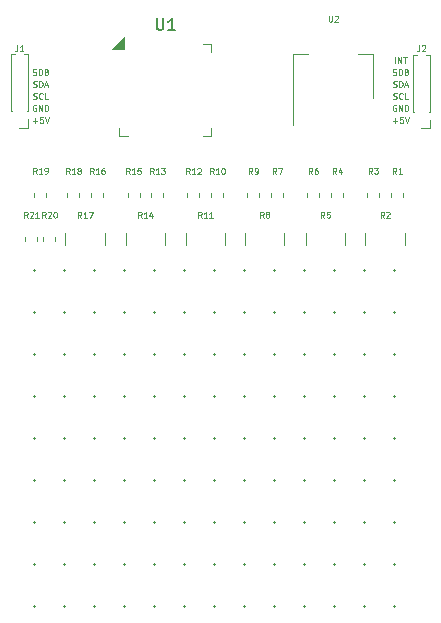
<source format=gbr>
G04 #@! TF.GenerationSoftware,KiCad,Pcbnew,(6.0.0)*
G04 #@! TF.CreationDate,2022-01-23T21:03:46+07:00*
G04 #@! TF.ProjectId,rgb-board,7267622d-626f-4617-9264-2e6b69636164,rev?*
G04 #@! TF.SameCoordinates,Original*
G04 #@! TF.FileFunction,Legend,Top*
G04 #@! TF.FilePolarity,Positive*
%FSLAX46Y46*%
G04 Gerber Fmt 4.6, Leading zero omitted, Abs format (unit mm)*
G04 Created by KiCad (PCBNEW (6.0.0)) date 2022-01-23 21:03:46*
%MOMM*%
%LPD*%
G01*
G04 APERTURE LIST*
%ADD10C,0.125000*%
%ADD11C,0.200000*%
%ADD12C,0.127000*%
%ADD13C,0.120000*%
G04 APERTURE END LIST*
D10*
X83177142Y-53375714D02*
X83558095Y-53375714D01*
X83367619Y-53566190D02*
X83367619Y-53185238D01*
X84034285Y-53066190D02*
X83796190Y-53066190D01*
X83772380Y-53304285D01*
X83796190Y-53280476D01*
X83843809Y-53256666D01*
X83962857Y-53256666D01*
X84010476Y-53280476D01*
X84034285Y-53304285D01*
X84058095Y-53351904D01*
X84058095Y-53470952D01*
X84034285Y-53518571D01*
X84010476Y-53542380D01*
X83962857Y-53566190D01*
X83843809Y-53566190D01*
X83796190Y-53542380D01*
X83772380Y-53518571D01*
X84200952Y-53066190D02*
X84367619Y-53566190D01*
X84534285Y-53066190D01*
X113704761Y-51510380D02*
X113776190Y-51534190D01*
X113895238Y-51534190D01*
X113942857Y-51510380D01*
X113966666Y-51486571D01*
X113990476Y-51438952D01*
X113990476Y-51391333D01*
X113966666Y-51343714D01*
X113942857Y-51319904D01*
X113895238Y-51296095D01*
X113800000Y-51272285D01*
X113752380Y-51248476D01*
X113728571Y-51224666D01*
X113704761Y-51177047D01*
X113704761Y-51129428D01*
X113728571Y-51081809D01*
X113752380Y-51058000D01*
X113800000Y-51034190D01*
X113919047Y-51034190D01*
X113990476Y-51058000D01*
X114490476Y-51486571D02*
X114466666Y-51510380D01*
X114395238Y-51534190D01*
X114347619Y-51534190D01*
X114276190Y-51510380D01*
X114228571Y-51462761D01*
X114204761Y-51415142D01*
X114180952Y-51319904D01*
X114180952Y-51248476D01*
X114204761Y-51153238D01*
X114228571Y-51105619D01*
X114276190Y-51058000D01*
X114347619Y-51034190D01*
X114395238Y-51034190D01*
X114466666Y-51058000D01*
X114490476Y-51081809D01*
X114942857Y-51534190D02*
X114704761Y-51534190D01*
X114704761Y-51034190D01*
X113657142Y-53375714D02*
X114038095Y-53375714D01*
X113847619Y-53566190D02*
X113847619Y-53185238D01*
X114514285Y-53066190D02*
X114276190Y-53066190D01*
X114252380Y-53304285D01*
X114276190Y-53280476D01*
X114323809Y-53256666D01*
X114442857Y-53256666D01*
X114490476Y-53280476D01*
X114514285Y-53304285D01*
X114538095Y-53351904D01*
X114538095Y-53470952D01*
X114514285Y-53518571D01*
X114490476Y-53542380D01*
X114442857Y-53566190D01*
X114323809Y-53566190D01*
X114276190Y-53542380D01*
X114252380Y-53518571D01*
X114680952Y-53066190D02*
X114847619Y-53566190D01*
X115014285Y-53066190D01*
X113919047Y-52074000D02*
X113871428Y-52050190D01*
X113800000Y-52050190D01*
X113728571Y-52074000D01*
X113680952Y-52121619D01*
X113657142Y-52169238D01*
X113633333Y-52264476D01*
X113633333Y-52335904D01*
X113657142Y-52431142D01*
X113680952Y-52478761D01*
X113728571Y-52526380D01*
X113800000Y-52550190D01*
X113847619Y-52550190D01*
X113919047Y-52526380D01*
X113942857Y-52502571D01*
X113942857Y-52335904D01*
X113847619Y-52335904D01*
X114157142Y-52550190D02*
X114157142Y-52050190D01*
X114442857Y-52550190D01*
X114442857Y-52050190D01*
X114680952Y-52550190D02*
X114680952Y-52050190D01*
X114800000Y-52050190D01*
X114871428Y-52074000D01*
X114919047Y-52121619D01*
X114942857Y-52169238D01*
X114966666Y-52264476D01*
X114966666Y-52335904D01*
X114942857Y-52431142D01*
X114919047Y-52478761D01*
X114871428Y-52526380D01*
X114800000Y-52550190D01*
X114680952Y-52550190D01*
X113692857Y-50494380D02*
X113764285Y-50518190D01*
X113883333Y-50518190D01*
X113930952Y-50494380D01*
X113954761Y-50470571D01*
X113978571Y-50422952D01*
X113978571Y-50375333D01*
X113954761Y-50327714D01*
X113930952Y-50303904D01*
X113883333Y-50280095D01*
X113788095Y-50256285D01*
X113740476Y-50232476D01*
X113716666Y-50208666D01*
X113692857Y-50161047D01*
X113692857Y-50113428D01*
X113716666Y-50065809D01*
X113740476Y-50042000D01*
X113788095Y-50018190D01*
X113907142Y-50018190D01*
X113978571Y-50042000D01*
X114192857Y-50518190D02*
X114192857Y-50018190D01*
X114311904Y-50018190D01*
X114383333Y-50042000D01*
X114430952Y-50089619D01*
X114454761Y-50137238D01*
X114478571Y-50232476D01*
X114478571Y-50303904D01*
X114454761Y-50399142D01*
X114430952Y-50446761D01*
X114383333Y-50494380D01*
X114311904Y-50518190D01*
X114192857Y-50518190D01*
X114669047Y-50375333D02*
X114907142Y-50375333D01*
X114621428Y-50518190D02*
X114788095Y-50018190D01*
X114954761Y-50518190D01*
X113847619Y-48486190D02*
X113847619Y-47986190D01*
X114085714Y-48486190D02*
X114085714Y-47986190D01*
X114371428Y-48486190D01*
X114371428Y-47986190D01*
X114538095Y-47986190D02*
X114823809Y-47986190D01*
X114680952Y-48486190D02*
X114680952Y-47986190D01*
X113657142Y-49478380D02*
X113728571Y-49502190D01*
X113847619Y-49502190D01*
X113895238Y-49478380D01*
X113919047Y-49454571D01*
X113942857Y-49406952D01*
X113942857Y-49359333D01*
X113919047Y-49311714D01*
X113895238Y-49287904D01*
X113847619Y-49264095D01*
X113752380Y-49240285D01*
X113704761Y-49216476D01*
X113680952Y-49192666D01*
X113657142Y-49145047D01*
X113657142Y-49097428D01*
X113680952Y-49049809D01*
X113704761Y-49026000D01*
X113752380Y-49002190D01*
X113871428Y-49002190D01*
X113942857Y-49026000D01*
X114157142Y-49502190D02*
X114157142Y-49002190D01*
X114276190Y-49002190D01*
X114347619Y-49026000D01*
X114395238Y-49073619D01*
X114419047Y-49121238D01*
X114442857Y-49216476D01*
X114442857Y-49287904D01*
X114419047Y-49383142D01*
X114395238Y-49430761D01*
X114347619Y-49478380D01*
X114276190Y-49502190D01*
X114157142Y-49502190D01*
X114823809Y-49240285D02*
X114895238Y-49264095D01*
X114919047Y-49287904D01*
X114942857Y-49335523D01*
X114942857Y-49406952D01*
X114919047Y-49454571D01*
X114895238Y-49478380D01*
X114847619Y-49502190D01*
X114657142Y-49502190D01*
X114657142Y-49002190D01*
X114823809Y-49002190D01*
X114871428Y-49026000D01*
X114895238Y-49049809D01*
X114919047Y-49097428D01*
X114919047Y-49145047D01*
X114895238Y-49192666D01*
X114871428Y-49216476D01*
X114823809Y-49240285D01*
X114657142Y-49240285D01*
X83439047Y-52074000D02*
X83391428Y-52050190D01*
X83320000Y-52050190D01*
X83248571Y-52074000D01*
X83200952Y-52121619D01*
X83177142Y-52169238D01*
X83153333Y-52264476D01*
X83153333Y-52335904D01*
X83177142Y-52431142D01*
X83200952Y-52478761D01*
X83248571Y-52526380D01*
X83320000Y-52550190D01*
X83367619Y-52550190D01*
X83439047Y-52526380D01*
X83462857Y-52502571D01*
X83462857Y-52335904D01*
X83367619Y-52335904D01*
X83677142Y-52550190D02*
X83677142Y-52050190D01*
X83962857Y-52550190D01*
X83962857Y-52050190D01*
X84200952Y-52550190D02*
X84200952Y-52050190D01*
X84320000Y-52050190D01*
X84391428Y-52074000D01*
X84439047Y-52121619D01*
X84462857Y-52169238D01*
X84486666Y-52264476D01*
X84486666Y-52335904D01*
X84462857Y-52431142D01*
X84439047Y-52478761D01*
X84391428Y-52526380D01*
X84320000Y-52550190D01*
X84200952Y-52550190D01*
X83224761Y-51510380D02*
X83296190Y-51534190D01*
X83415238Y-51534190D01*
X83462857Y-51510380D01*
X83486666Y-51486571D01*
X83510476Y-51438952D01*
X83510476Y-51391333D01*
X83486666Y-51343714D01*
X83462857Y-51319904D01*
X83415238Y-51296095D01*
X83320000Y-51272285D01*
X83272380Y-51248476D01*
X83248571Y-51224666D01*
X83224761Y-51177047D01*
X83224761Y-51129428D01*
X83248571Y-51081809D01*
X83272380Y-51058000D01*
X83320000Y-51034190D01*
X83439047Y-51034190D01*
X83510476Y-51058000D01*
X84010476Y-51486571D02*
X83986666Y-51510380D01*
X83915238Y-51534190D01*
X83867619Y-51534190D01*
X83796190Y-51510380D01*
X83748571Y-51462761D01*
X83724761Y-51415142D01*
X83700952Y-51319904D01*
X83700952Y-51248476D01*
X83724761Y-51153238D01*
X83748571Y-51105619D01*
X83796190Y-51058000D01*
X83867619Y-51034190D01*
X83915238Y-51034190D01*
X83986666Y-51058000D01*
X84010476Y-51081809D01*
X84462857Y-51534190D02*
X84224761Y-51534190D01*
X84224761Y-51034190D01*
X83177142Y-49478380D02*
X83248571Y-49502190D01*
X83367619Y-49502190D01*
X83415238Y-49478380D01*
X83439047Y-49454571D01*
X83462857Y-49406952D01*
X83462857Y-49359333D01*
X83439047Y-49311714D01*
X83415238Y-49287904D01*
X83367619Y-49264095D01*
X83272380Y-49240285D01*
X83224761Y-49216476D01*
X83200952Y-49192666D01*
X83177142Y-49145047D01*
X83177142Y-49097428D01*
X83200952Y-49049809D01*
X83224761Y-49026000D01*
X83272380Y-49002190D01*
X83391428Y-49002190D01*
X83462857Y-49026000D01*
X83677142Y-49502190D02*
X83677142Y-49002190D01*
X83796190Y-49002190D01*
X83867619Y-49026000D01*
X83915238Y-49073619D01*
X83939047Y-49121238D01*
X83962857Y-49216476D01*
X83962857Y-49287904D01*
X83939047Y-49383142D01*
X83915238Y-49430761D01*
X83867619Y-49478380D01*
X83796190Y-49502190D01*
X83677142Y-49502190D01*
X84343809Y-49240285D02*
X84415238Y-49264095D01*
X84439047Y-49287904D01*
X84462857Y-49335523D01*
X84462857Y-49406952D01*
X84439047Y-49454571D01*
X84415238Y-49478380D01*
X84367619Y-49502190D01*
X84177142Y-49502190D01*
X84177142Y-49002190D01*
X84343809Y-49002190D01*
X84391428Y-49026000D01*
X84415238Y-49049809D01*
X84439047Y-49097428D01*
X84439047Y-49145047D01*
X84415238Y-49192666D01*
X84391428Y-49216476D01*
X84343809Y-49240285D01*
X84177142Y-49240285D01*
X83212857Y-50494380D02*
X83284285Y-50518190D01*
X83403333Y-50518190D01*
X83450952Y-50494380D01*
X83474761Y-50470571D01*
X83498571Y-50422952D01*
X83498571Y-50375333D01*
X83474761Y-50327714D01*
X83450952Y-50303904D01*
X83403333Y-50280095D01*
X83308095Y-50256285D01*
X83260476Y-50232476D01*
X83236666Y-50208666D01*
X83212857Y-50161047D01*
X83212857Y-50113428D01*
X83236666Y-50065809D01*
X83260476Y-50042000D01*
X83308095Y-50018190D01*
X83427142Y-50018190D01*
X83498571Y-50042000D01*
X83712857Y-50518190D02*
X83712857Y-50018190D01*
X83831904Y-50018190D01*
X83903333Y-50042000D01*
X83950952Y-50089619D01*
X83974761Y-50137238D01*
X83998571Y-50232476D01*
X83998571Y-50303904D01*
X83974761Y-50399142D01*
X83950952Y-50446761D01*
X83903333Y-50494380D01*
X83831904Y-50518190D01*
X83712857Y-50518190D01*
X84189047Y-50375333D02*
X84427142Y-50375333D01*
X84141428Y-50518190D02*
X84308095Y-50018190D01*
X84474761Y-50518190D01*
X113962666Y-57858690D02*
X113796000Y-57620595D01*
X113676952Y-57858690D02*
X113676952Y-57358690D01*
X113867428Y-57358690D01*
X113915047Y-57382500D01*
X113938857Y-57406309D01*
X113962666Y-57453928D01*
X113962666Y-57525357D01*
X113938857Y-57572976D01*
X113915047Y-57596785D01*
X113867428Y-57620595D01*
X113676952Y-57620595D01*
X114438857Y-57858690D02*
X114153142Y-57858690D01*
X114296000Y-57858690D02*
X114296000Y-57358690D01*
X114248380Y-57430119D01*
X114200761Y-57477738D01*
X114153142Y-57501547D01*
X108882666Y-57884190D02*
X108716000Y-57646095D01*
X108596952Y-57884190D02*
X108596952Y-57384190D01*
X108787428Y-57384190D01*
X108835047Y-57408000D01*
X108858857Y-57431809D01*
X108882666Y-57479428D01*
X108882666Y-57550857D01*
X108858857Y-57598476D01*
X108835047Y-57622285D01*
X108787428Y-57646095D01*
X108596952Y-57646095D01*
X109311238Y-57550857D02*
X109311238Y-57884190D01*
X109192190Y-57360380D02*
X109073142Y-57717523D01*
X109382666Y-57717523D01*
X106850666Y-57884190D02*
X106684000Y-57646095D01*
X106564952Y-57884190D02*
X106564952Y-57384190D01*
X106755428Y-57384190D01*
X106803047Y-57408000D01*
X106826857Y-57431809D01*
X106850666Y-57479428D01*
X106850666Y-57550857D01*
X106826857Y-57598476D01*
X106803047Y-57622285D01*
X106755428Y-57646095D01*
X106564952Y-57646095D01*
X107279238Y-57384190D02*
X107184000Y-57384190D01*
X107136380Y-57408000D01*
X107112571Y-57431809D01*
X107064952Y-57503238D01*
X107041142Y-57598476D01*
X107041142Y-57788952D01*
X107064952Y-57836571D01*
X107088761Y-57860380D01*
X107136380Y-57884190D01*
X107231619Y-57884190D01*
X107279238Y-57860380D01*
X107303047Y-57836571D01*
X107326857Y-57788952D01*
X107326857Y-57669904D01*
X107303047Y-57622285D01*
X107279238Y-57598476D01*
X107231619Y-57574666D01*
X107136380Y-57574666D01*
X107088761Y-57598476D01*
X107064952Y-57622285D01*
X107041142Y-57669904D01*
X101770666Y-57884190D02*
X101604000Y-57646095D01*
X101484952Y-57884190D02*
X101484952Y-57384190D01*
X101675428Y-57384190D01*
X101723047Y-57408000D01*
X101746857Y-57431809D01*
X101770666Y-57479428D01*
X101770666Y-57550857D01*
X101746857Y-57598476D01*
X101723047Y-57622285D01*
X101675428Y-57646095D01*
X101484952Y-57646095D01*
X102008761Y-57884190D02*
X102104000Y-57884190D01*
X102151619Y-57860380D01*
X102175428Y-57836571D01*
X102223047Y-57765142D01*
X102246857Y-57669904D01*
X102246857Y-57479428D01*
X102223047Y-57431809D01*
X102199238Y-57408000D01*
X102151619Y-57384190D01*
X102056380Y-57384190D01*
X102008761Y-57408000D01*
X101984952Y-57431809D01*
X101961142Y-57479428D01*
X101961142Y-57598476D01*
X101984952Y-57646095D01*
X102008761Y-57669904D01*
X102056380Y-57693714D01*
X102151619Y-57693714D01*
X102199238Y-57669904D01*
X102223047Y-57646095D01*
X102246857Y-57598476D01*
X98484571Y-57884190D02*
X98317904Y-57646095D01*
X98198857Y-57884190D02*
X98198857Y-57384190D01*
X98389333Y-57384190D01*
X98436952Y-57408000D01*
X98460761Y-57431809D01*
X98484571Y-57479428D01*
X98484571Y-57550857D01*
X98460761Y-57598476D01*
X98436952Y-57622285D01*
X98389333Y-57646095D01*
X98198857Y-57646095D01*
X98960761Y-57884190D02*
X98675047Y-57884190D01*
X98817904Y-57884190D02*
X98817904Y-57384190D01*
X98770285Y-57455619D01*
X98722666Y-57503238D01*
X98675047Y-57527047D01*
X99270285Y-57384190D02*
X99317904Y-57384190D01*
X99365523Y-57408000D01*
X99389333Y-57431809D01*
X99413142Y-57479428D01*
X99436952Y-57574666D01*
X99436952Y-57693714D01*
X99413142Y-57788952D01*
X99389333Y-57836571D01*
X99365523Y-57860380D01*
X99317904Y-57884190D01*
X99270285Y-57884190D01*
X99222666Y-57860380D01*
X99198857Y-57836571D01*
X99175047Y-57788952D01*
X99151238Y-57693714D01*
X99151238Y-57574666D01*
X99175047Y-57479428D01*
X99198857Y-57431809D01*
X99222666Y-57408000D01*
X99270285Y-57384190D01*
X96452571Y-57884190D02*
X96285904Y-57646095D01*
X96166857Y-57884190D02*
X96166857Y-57384190D01*
X96357333Y-57384190D01*
X96404952Y-57408000D01*
X96428761Y-57431809D01*
X96452571Y-57479428D01*
X96452571Y-57550857D01*
X96428761Y-57598476D01*
X96404952Y-57622285D01*
X96357333Y-57646095D01*
X96166857Y-57646095D01*
X96928761Y-57884190D02*
X96643047Y-57884190D01*
X96785904Y-57884190D02*
X96785904Y-57384190D01*
X96738285Y-57455619D01*
X96690666Y-57503238D01*
X96643047Y-57527047D01*
X97119238Y-57431809D02*
X97143047Y-57408000D01*
X97190666Y-57384190D01*
X97309714Y-57384190D01*
X97357333Y-57408000D01*
X97381142Y-57431809D01*
X97404952Y-57479428D01*
X97404952Y-57527047D01*
X97381142Y-57598476D01*
X97095428Y-57884190D01*
X97404952Y-57884190D01*
X93404571Y-57884190D02*
X93237904Y-57646095D01*
X93118857Y-57884190D02*
X93118857Y-57384190D01*
X93309333Y-57384190D01*
X93356952Y-57408000D01*
X93380761Y-57431809D01*
X93404571Y-57479428D01*
X93404571Y-57550857D01*
X93380761Y-57598476D01*
X93356952Y-57622285D01*
X93309333Y-57646095D01*
X93118857Y-57646095D01*
X93880761Y-57884190D02*
X93595047Y-57884190D01*
X93737904Y-57884190D02*
X93737904Y-57384190D01*
X93690285Y-57455619D01*
X93642666Y-57503238D01*
X93595047Y-57527047D01*
X94047428Y-57384190D02*
X94356952Y-57384190D01*
X94190285Y-57574666D01*
X94261714Y-57574666D01*
X94309333Y-57598476D01*
X94333142Y-57622285D01*
X94356952Y-57669904D01*
X94356952Y-57788952D01*
X94333142Y-57836571D01*
X94309333Y-57860380D01*
X94261714Y-57884190D01*
X94118857Y-57884190D01*
X94071238Y-57860380D01*
X94047428Y-57836571D01*
X91372571Y-57884190D02*
X91205904Y-57646095D01*
X91086857Y-57884190D02*
X91086857Y-57384190D01*
X91277333Y-57384190D01*
X91324952Y-57408000D01*
X91348761Y-57431809D01*
X91372571Y-57479428D01*
X91372571Y-57550857D01*
X91348761Y-57598476D01*
X91324952Y-57622285D01*
X91277333Y-57646095D01*
X91086857Y-57646095D01*
X91848761Y-57884190D02*
X91563047Y-57884190D01*
X91705904Y-57884190D02*
X91705904Y-57384190D01*
X91658285Y-57455619D01*
X91610666Y-57503238D01*
X91563047Y-57527047D01*
X92301142Y-57384190D02*
X92063047Y-57384190D01*
X92039238Y-57622285D01*
X92063047Y-57598476D01*
X92110666Y-57574666D01*
X92229714Y-57574666D01*
X92277333Y-57598476D01*
X92301142Y-57622285D01*
X92324952Y-57669904D01*
X92324952Y-57788952D01*
X92301142Y-57836571D01*
X92277333Y-57860380D01*
X92229714Y-57884190D01*
X92110666Y-57884190D01*
X92063047Y-57860380D01*
X92039238Y-57836571D01*
X88324571Y-57884190D02*
X88157904Y-57646095D01*
X88038857Y-57884190D02*
X88038857Y-57384190D01*
X88229333Y-57384190D01*
X88276952Y-57408000D01*
X88300761Y-57431809D01*
X88324571Y-57479428D01*
X88324571Y-57550857D01*
X88300761Y-57598476D01*
X88276952Y-57622285D01*
X88229333Y-57646095D01*
X88038857Y-57646095D01*
X88800761Y-57884190D02*
X88515047Y-57884190D01*
X88657904Y-57884190D02*
X88657904Y-57384190D01*
X88610285Y-57455619D01*
X88562666Y-57503238D01*
X88515047Y-57527047D01*
X89229333Y-57384190D02*
X89134095Y-57384190D01*
X89086476Y-57408000D01*
X89062666Y-57431809D01*
X89015047Y-57503238D01*
X88991238Y-57598476D01*
X88991238Y-57788952D01*
X89015047Y-57836571D01*
X89038857Y-57860380D01*
X89086476Y-57884190D01*
X89181714Y-57884190D01*
X89229333Y-57860380D01*
X89253142Y-57836571D01*
X89276952Y-57788952D01*
X89276952Y-57669904D01*
X89253142Y-57622285D01*
X89229333Y-57598476D01*
X89181714Y-57574666D01*
X89086476Y-57574666D01*
X89038857Y-57598476D01*
X89015047Y-57622285D01*
X88991238Y-57669904D01*
X86292571Y-57884190D02*
X86125904Y-57646095D01*
X86006857Y-57884190D02*
X86006857Y-57384190D01*
X86197333Y-57384190D01*
X86244952Y-57408000D01*
X86268761Y-57431809D01*
X86292571Y-57479428D01*
X86292571Y-57550857D01*
X86268761Y-57598476D01*
X86244952Y-57622285D01*
X86197333Y-57646095D01*
X86006857Y-57646095D01*
X86768761Y-57884190D02*
X86483047Y-57884190D01*
X86625904Y-57884190D02*
X86625904Y-57384190D01*
X86578285Y-57455619D01*
X86530666Y-57503238D01*
X86483047Y-57527047D01*
X87054476Y-57598476D02*
X87006857Y-57574666D01*
X86983047Y-57550857D01*
X86959238Y-57503238D01*
X86959238Y-57479428D01*
X86983047Y-57431809D01*
X87006857Y-57408000D01*
X87054476Y-57384190D01*
X87149714Y-57384190D01*
X87197333Y-57408000D01*
X87221142Y-57431809D01*
X87244952Y-57479428D01*
X87244952Y-57503238D01*
X87221142Y-57550857D01*
X87197333Y-57574666D01*
X87149714Y-57598476D01*
X87054476Y-57598476D01*
X87006857Y-57622285D01*
X86983047Y-57646095D01*
X86959238Y-57693714D01*
X86959238Y-57788952D01*
X86983047Y-57836571D01*
X87006857Y-57860380D01*
X87054476Y-57884190D01*
X87149714Y-57884190D01*
X87197333Y-57860380D01*
X87221142Y-57836571D01*
X87244952Y-57788952D01*
X87244952Y-57693714D01*
X87221142Y-57646095D01*
X87197333Y-57622285D01*
X87149714Y-57598476D01*
X83498571Y-57858690D02*
X83331904Y-57620595D01*
X83212857Y-57858690D02*
X83212857Y-57358690D01*
X83403333Y-57358690D01*
X83450952Y-57382500D01*
X83474761Y-57406309D01*
X83498571Y-57453928D01*
X83498571Y-57525357D01*
X83474761Y-57572976D01*
X83450952Y-57596785D01*
X83403333Y-57620595D01*
X83212857Y-57620595D01*
X83974761Y-57858690D02*
X83689047Y-57858690D01*
X83831904Y-57858690D02*
X83831904Y-57358690D01*
X83784285Y-57430119D01*
X83736666Y-57477738D01*
X83689047Y-57501547D01*
X84212857Y-57858690D02*
X84308095Y-57858690D01*
X84355714Y-57834880D01*
X84379523Y-57811071D01*
X84427142Y-57739642D01*
X84450952Y-57644404D01*
X84450952Y-57453928D01*
X84427142Y-57406309D01*
X84403333Y-57382500D01*
X84355714Y-57358690D01*
X84260476Y-57358690D01*
X84212857Y-57382500D01*
X84189047Y-57406309D01*
X84165238Y-57453928D01*
X84165238Y-57572976D01*
X84189047Y-57620595D01*
X84212857Y-57644404D01*
X84260476Y-57668214D01*
X84355714Y-57668214D01*
X84403333Y-57644404D01*
X84427142Y-57620595D01*
X84450952Y-57572976D01*
X84260571Y-61594190D02*
X84093904Y-61356095D01*
X83974857Y-61594190D02*
X83974857Y-61094190D01*
X84165333Y-61094190D01*
X84212952Y-61118000D01*
X84236761Y-61141809D01*
X84260571Y-61189428D01*
X84260571Y-61260857D01*
X84236761Y-61308476D01*
X84212952Y-61332285D01*
X84165333Y-61356095D01*
X83974857Y-61356095D01*
X84451047Y-61141809D02*
X84474857Y-61118000D01*
X84522476Y-61094190D01*
X84641523Y-61094190D01*
X84689142Y-61118000D01*
X84712952Y-61141809D01*
X84736761Y-61189428D01*
X84736761Y-61237047D01*
X84712952Y-61308476D01*
X84427238Y-61594190D01*
X84736761Y-61594190D01*
X85046285Y-61094190D02*
X85093904Y-61094190D01*
X85141523Y-61118000D01*
X85165333Y-61141809D01*
X85189142Y-61189428D01*
X85212952Y-61284666D01*
X85212952Y-61403714D01*
X85189142Y-61498952D01*
X85165333Y-61546571D01*
X85141523Y-61570380D01*
X85093904Y-61594190D01*
X85046285Y-61594190D01*
X84998666Y-61570380D01*
X84974857Y-61546571D01*
X84951047Y-61498952D01*
X84927238Y-61403714D01*
X84927238Y-61284666D01*
X84951047Y-61189428D01*
X84974857Y-61141809D01*
X84998666Y-61118000D01*
X85046285Y-61094190D01*
X107866666Y-61594190D02*
X107700000Y-61356095D01*
X107580952Y-61594190D02*
X107580952Y-61094190D01*
X107771428Y-61094190D01*
X107819047Y-61118000D01*
X107842857Y-61141809D01*
X107866666Y-61189428D01*
X107866666Y-61260857D01*
X107842857Y-61308476D01*
X107819047Y-61332285D01*
X107771428Y-61356095D01*
X107580952Y-61356095D01*
X108319047Y-61094190D02*
X108080952Y-61094190D01*
X108057142Y-61332285D01*
X108080952Y-61308476D01*
X108128571Y-61284666D01*
X108247619Y-61284666D01*
X108295238Y-61308476D01*
X108319047Y-61332285D01*
X108342857Y-61379904D01*
X108342857Y-61498952D01*
X108319047Y-61546571D01*
X108295238Y-61570380D01*
X108247619Y-61594190D01*
X108128571Y-61594190D01*
X108080952Y-61570380D01*
X108057142Y-61546571D01*
X102716666Y-61594190D02*
X102550000Y-61356095D01*
X102430952Y-61594190D02*
X102430952Y-61094190D01*
X102621428Y-61094190D01*
X102669047Y-61118000D01*
X102692857Y-61141809D01*
X102716666Y-61189428D01*
X102716666Y-61260857D01*
X102692857Y-61308476D01*
X102669047Y-61332285D01*
X102621428Y-61356095D01*
X102430952Y-61356095D01*
X103002380Y-61308476D02*
X102954761Y-61284666D01*
X102930952Y-61260857D01*
X102907142Y-61213238D01*
X102907142Y-61189428D01*
X102930952Y-61141809D01*
X102954761Y-61118000D01*
X103002380Y-61094190D01*
X103097619Y-61094190D01*
X103145238Y-61118000D01*
X103169047Y-61141809D01*
X103192857Y-61189428D01*
X103192857Y-61213238D01*
X103169047Y-61260857D01*
X103145238Y-61284666D01*
X103097619Y-61308476D01*
X103002380Y-61308476D01*
X102954761Y-61332285D01*
X102930952Y-61356095D01*
X102907142Y-61403714D01*
X102907142Y-61498952D01*
X102930952Y-61546571D01*
X102954761Y-61570380D01*
X103002380Y-61594190D01*
X103097619Y-61594190D01*
X103145238Y-61570380D01*
X103169047Y-61546571D01*
X103192857Y-61498952D01*
X103192857Y-61403714D01*
X103169047Y-61356095D01*
X103145238Y-61332285D01*
X103097619Y-61308476D01*
X97468571Y-61594190D02*
X97301904Y-61356095D01*
X97182857Y-61594190D02*
X97182857Y-61094190D01*
X97373333Y-61094190D01*
X97420952Y-61118000D01*
X97444761Y-61141809D01*
X97468571Y-61189428D01*
X97468571Y-61260857D01*
X97444761Y-61308476D01*
X97420952Y-61332285D01*
X97373333Y-61356095D01*
X97182857Y-61356095D01*
X97944761Y-61594190D02*
X97659047Y-61594190D01*
X97801904Y-61594190D02*
X97801904Y-61094190D01*
X97754285Y-61165619D01*
X97706666Y-61213238D01*
X97659047Y-61237047D01*
X98420952Y-61594190D02*
X98135238Y-61594190D01*
X98278095Y-61594190D02*
X98278095Y-61094190D01*
X98230476Y-61165619D01*
X98182857Y-61213238D01*
X98135238Y-61237047D01*
X92388571Y-61594190D02*
X92221904Y-61356095D01*
X92102857Y-61594190D02*
X92102857Y-61094190D01*
X92293333Y-61094190D01*
X92340952Y-61118000D01*
X92364761Y-61141809D01*
X92388571Y-61189428D01*
X92388571Y-61260857D01*
X92364761Y-61308476D01*
X92340952Y-61332285D01*
X92293333Y-61356095D01*
X92102857Y-61356095D01*
X92864761Y-61594190D02*
X92579047Y-61594190D01*
X92721904Y-61594190D02*
X92721904Y-61094190D01*
X92674285Y-61165619D01*
X92626666Y-61213238D01*
X92579047Y-61237047D01*
X93293333Y-61260857D02*
X93293333Y-61594190D01*
X93174285Y-61070380D02*
X93055238Y-61427523D01*
X93364761Y-61427523D01*
X87278571Y-61594190D02*
X87111904Y-61356095D01*
X86992857Y-61594190D02*
X86992857Y-61094190D01*
X87183333Y-61094190D01*
X87230952Y-61118000D01*
X87254761Y-61141809D01*
X87278571Y-61189428D01*
X87278571Y-61260857D01*
X87254761Y-61308476D01*
X87230952Y-61332285D01*
X87183333Y-61356095D01*
X86992857Y-61356095D01*
X87754761Y-61594190D02*
X87469047Y-61594190D01*
X87611904Y-61594190D02*
X87611904Y-61094190D01*
X87564285Y-61165619D01*
X87516666Y-61213238D01*
X87469047Y-61237047D01*
X87921428Y-61094190D02*
X88254761Y-61094190D01*
X88040476Y-61594190D01*
X103802666Y-57884190D02*
X103636000Y-57646095D01*
X103516952Y-57884190D02*
X103516952Y-57384190D01*
X103707428Y-57384190D01*
X103755047Y-57408000D01*
X103778857Y-57431809D01*
X103802666Y-57479428D01*
X103802666Y-57550857D01*
X103778857Y-57598476D01*
X103755047Y-57622285D01*
X103707428Y-57646095D01*
X103516952Y-57646095D01*
X103969333Y-57384190D02*
X104302666Y-57384190D01*
X104088380Y-57884190D01*
X112916666Y-61594190D02*
X112750000Y-61356095D01*
X112630952Y-61594190D02*
X112630952Y-61094190D01*
X112821428Y-61094190D01*
X112869047Y-61118000D01*
X112892857Y-61141809D01*
X112916666Y-61189428D01*
X112916666Y-61260857D01*
X112892857Y-61308476D01*
X112869047Y-61332285D01*
X112821428Y-61356095D01*
X112630952Y-61356095D01*
X113107142Y-61141809D02*
X113130952Y-61118000D01*
X113178571Y-61094190D01*
X113297619Y-61094190D01*
X113345238Y-61118000D01*
X113369047Y-61141809D01*
X113392857Y-61189428D01*
X113392857Y-61237047D01*
X113369047Y-61308476D01*
X113083333Y-61594190D01*
X113392857Y-61594190D01*
X111930666Y-57858690D02*
X111764000Y-57620595D01*
X111644952Y-57858690D02*
X111644952Y-57358690D01*
X111835428Y-57358690D01*
X111883047Y-57382500D01*
X111906857Y-57406309D01*
X111930666Y-57453928D01*
X111930666Y-57525357D01*
X111906857Y-57572976D01*
X111883047Y-57596785D01*
X111835428Y-57620595D01*
X111644952Y-57620595D01*
X112097333Y-57358690D02*
X112406857Y-57358690D01*
X112240190Y-57549166D01*
X112311619Y-57549166D01*
X112359238Y-57572976D01*
X112383047Y-57596785D01*
X112406857Y-57644404D01*
X112406857Y-57763452D01*
X112383047Y-57811071D01*
X112359238Y-57834880D01*
X112311619Y-57858690D01*
X112168761Y-57858690D01*
X112121142Y-57834880D01*
X112097333Y-57811071D01*
X82736571Y-61594190D02*
X82569904Y-61356095D01*
X82450857Y-61594190D02*
X82450857Y-61094190D01*
X82641333Y-61094190D01*
X82688952Y-61118000D01*
X82712761Y-61141809D01*
X82736571Y-61189428D01*
X82736571Y-61260857D01*
X82712761Y-61308476D01*
X82688952Y-61332285D01*
X82641333Y-61356095D01*
X82450857Y-61356095D01*
X82927047Y-61141809D02*
X82950857Y-61118000D01*
X82998476Y-61094190D01*
X83117523Y-61094190D01*
X83165142Y-61118000D01*
X83188952Y-61141809D01*
X83212761Y-61189428D01*
X83212761Y-61237047D01*
X83188952Y-61308476D01*
X82903238Y-61594190D01*
X83212761Y-61594190D01*
X83688952Y-61594190D02*
X83403238Y-61594190D01*
X83546095Y-61594190D02*
X83546095Y-61094190D01*
X83498476Y-61165619D01*
X83450857Y-61213238D01*
X83403238Y-61237047D01*
X81875333Y-46970190D02*
X81875333Y-47327333D01*
X81851523Y-47398761D01*
X81803904Y-47446380D01*
X81732476Y-47470190D01*
X81684857Y-47470190D01*
X82375333Y-47470190D02*
X82089619Y-47470190D01*
X82232476Y-47470190D02*
X82232476Y-46970190D01*
X82184857Y-47041619D01*
X82137238Y-47089238D01*
X82089619Y-47113047D01*
X108219047Y-44500190D02*
X108219047Y-44904952D01*
X108242857Y-44952571D01*
X108266666Y-44976380D01*
X108314285Y-45000190D01*
X108409523Y-45000190D01*
X108457142Y-44976380D01*
X108480952Y-44952571D01*
X108504761Y-44904952D01*
X108504761Y-44500190D01*
X108719047Y-44547809D02*
X108742857Y-44524000D01*
X108790476Y-44500190D01*
X108909523Y-44500190D01*
X108957142Y-44524000D01*
X108980952Y-44547809D01*
X109004761Y-44595428D01*
X109004761Y-44643047D01*
X108980952Y-44714476D01*
X108695238Y-45000190D01*
X109004761Y-45000190D01*
X115911333Y-46970190D02*
X115911333Y-47327333D01*
X115887523Y-47398761D01*
X115839904Y-47446380D01*
X115768476Y-47470190D01*
X115720857Y-47470190D01*
X116125619Y-47017809D02*
X116149428Y-46994000D01*
X116197047Y-46970190D01*
X116316095Y-46970190D01*
X116363714Y-46994000D01*
X116387523Y-47017809D01*
X116411333Y-47065428D01*
X116411333Y-47113047D01*
X116387523Y-47184476D01*
X116101809Y-47470190D01*
X116411333Y-47470190D01*
D11*
X93650095Y-44701380D02*
X93650095Y-45510904D01*
X93697714Y-45606142D01*
X93745333Y-45653761D01*
X93840571Y-45701380D01*
X94031047Y-45701380D01*
X94126285Y-45653761D01*
X94173904Y-45606142D01*
X94221523Y-45510904D01*
X94221523Y-44701380D01*
X95221523Y-45701380D02*
X94650095Y-45701380D01*
X94935809Y-45701380D02*
X94935809Y-44701380D01*
X94840571Y-44844238D01*
X94745333Y-44939476D01*
X94650095Y-44987095D01*
D12*
X113870709Y-66068000D02*
G75*
G03*
X113870709Y-66068000I-70709J0D01*
G01*
X113870709Y-69624000D02*
G75*
G03*
X113870709Y-69624000I-70709J0D01*
G01*
X113870709Y-73180000D02*
G75*
G03*
X113870709Y-73180000I-70709J0D01*
G01*
X113870709Y-76736000D02*
G75*
G03*
X113870709Y-76736000I-70709J0D01*
G01*
X113870709Y-80292000D02*
G75*
G03*
X113870709Y-80292000I-70709J0D01*
G01*
X113870709Y-83848000D02*
G75*
G03*
X113870709Y-83848000I-70709J0D01*
G01*
X113870709Y-87404000D02*
G75*
G03*
X113870709Y-87404000I-70709J0D01*
G01*
X113870709Y-90960000D02*
G75*
G03*
X113870709Y-90960000I-70709J0D01*
G01*
X113870709Y-94516000D02*
G75*
G03*
X113870709Y-94516000I-70709J0D01*
G01*
X111330709Y-66068000D02*
G75*
G03*
X111330709Y-66068000I-70709J0D01*
G01*
X111330709Y-69624000D02*
G75*
G03*
X111330709Y-69624000I-70709J0D01*
G01*
X111330709Y-73180000D02*
G75*
G03*
X111330709Y-73180000I-70709J0D01*
G01*
X111330709Y-76736000D02*
G75*
G03*
X111330709Y-76736000I-70709J0D01*
G01*
X111330709Y-80292000D02*
G75*
G03*
X111330709Y-80292000I-70709J0D01*
G01*
X111330709Y-83848000D02*
G75*
G03*
X111330709Y-83848000I-70709J0D01*
G01*
X111330709Y-87404000D02*
G75*
G03*
X111330709Y-87404000I-70709J0D01*
G01*
X111330709Y-90960000D02*
G75*
G03*
X111330709Y-90960000I-70709J0D01*
G01*
X111330709Y-94516000D02*
G75*
G03*
X111330709Y-94516000I-70709J0D01*
G01*
X108790709Y-66068000D02*
G75*
G03*
X108790709Y-66068000I-70709J0D01*
G01*
X108790709Y-69624000D02*
G75*
G03*
X108790709Y-69624000I-70709J0D01*
G01*
X108790709Y-73180000D02*
G75*
G03*
X108790709Y-73180000I-70709J0D01*
G01*
X108790709Y-76736000D02*
G75*
G03*
X108790709Y-76736000I-70709J0D01*
G01*
X108790709Y-80292000D02*
G75*
G03*
X108790709Y-80292000I-70709J0D01*
G01*
X108790709Y-83848000D02*
G75*
G03*
X108790709Y-83848000I-70709J0D01*
G01*
X108790709Y-87404000D02*
G75*
G03*
X108790709Y-87404000I-70709J0D01*
G01*
X108790709Y-90960000D02*
G75*
G03*
X108790709Y-90960000I-70709J0D01*
G01*
X108790709Y-94516000D02*
G75*
G03*
X108790709Y-94516000I-70709J0D01*
G01*
X106250709Y-66068000D02*
G75*
G03*
X106250709Y-66068000I-70709J0D01*
G01*
X106250709Y-69624000D02*
G75*
G03*
X106250709Y-69624000I-70709J0D01*
G01*
X106250709Y-73180000D02*
G75*
G03*
X106250709Y-73180000I-70709J0D01*
G01*
X106250709Y-76736000D02*
G75*
G03*
X106250709Y-76736000I-70709J0D01*
G01*
X106250709Y-80292000D02*
G75*
G03*
X106250709Y-80292000I-70709J0D01*
G01*
X106250709Y-83848000D02*
G75*
G03*
X106250709Y-83848000I-70709J0D01*
G01*
X106250709Y-87404000D02*
G75*
G03*
X106250709Y-87404000I-70709J0D01*
G01*
X106250709Y-90960000D02*
G75*
G03*
X106250709Y-90960000I-70709J0D01*
G01*
X106250709Y-94516000D02*
G75*
G03*
X106250709Y-94516000I-70709J0D01*
G01*
X103710709Y-66068000D02*
G75*
G03*
X103710709Y-66068000I-70709J0D01*
G01*
X103710709Y-69624000D02*
G75*
G03*
X103710709Y-69624000I-70709J0D01*
G01*
X103710709Y-73180000D02*
G75*
G03*
X103710709Y-73180000I-70709J0D01*
G01*
X103710709Y-76736000D02*
G75*
G03*
X103710709Y-76736000I-70709J0D01*
G01*
X103710709Y-80292000D02*
G75*
G03*
X103710709Y-80292000I-70709J0D01*
G01*
X103710709Y-83848000D02*
G75*
G03*
X103710709Y-83848000I-70709J0D01*
G01*
X103710709Y-87404000D02*
G75*
G03*
X103710709Y-87404000I-70709J0D01*
G01*
X103710709Y-90960000D02*
G75*
G03*
X103710709Y-90960000I-70709J0D01*
G01*
X103710709Y-94516000D02*
G75*
G03*
X103710709Y-94516000I-70709J0D01*
G01*
X101170709Y-66068000D02*
G75*
G03*
X101170709Y-66068000I-70709J0D01*
G01*
X101170709Y-69624000D02*
G75*
G03*
X101170709Y-69624000I-70709J0D01*
G01*
X101170709Y-73180000D02*
G75*
G03*
X101170709Y-73180000I-70709J0D01*
G01*
X101170709Y-76736000D02*
G75*
G03*
X101170709Y-76736000I-70709J0D01*
G01*
X101170709Y-80292000D02*
G75*
G03*
X101170709Y-80292000I-70709J0D01*
G01*
X101170709Y-83848000D02*
G75*
G03*
X101170709Y-83848000I-70709J0D01*
G01*
X101170709Y-87404000D02*
G75*
G03*
X101170709Y-87404000I-70709J0D01*
G01*
X101170709Y-90960000D02*
G75*
G03*
X101170709Y-90960000I-70709J0D01*
G01*
X101170709Y-94516000D02*
G75*
G03*
X101170709Y-94516000I-70709J0D01*
G01*
X98630709Y-66068000D02*
G75*
G03*
X98630709Y-66068000I-70709J0D01*
G01*
X98630709Y-69624000D02*
G75*
G03*
X98630709Y-69624000I-70709J0D01*
G01*
X98630709Y-73180000D02*
G75*
G03*
X98630709Y-73180000I-70709J0D01*
G01*
X98630709Y-76736000D02*
G75*
G03*
X98630709Y-76736000I-70709J0D01*
G01*
X98630709Y-80292000D02*
G75*
G03*
X98630709Y-80292000I-70709J0D01*
G01*
X98630709Y-83848000D02*
G75*
G03*
X98630709Y-83848000I-70709J0D01*
G01*
X98630709Y-87404000D02*
G75*
G03*
X98630709Y-87404000I-70709J0D01*
G01*
X98630709Y-90960000D02*
G75*
G03*
X98630709Y-90960000I-70709J0D01*
G01*
X98630709Y-94516000D02*
G75*
G03*
X98630709Y-94516000I-70709J0D01*
G01*
X96090709Y-66068000D02*
G75*
G03*
X96090709Y-66068000I-70709J0D01*
G01*
X96090709Y-69624000D02*
G75*
G03*
X96090709Y-69624000I-70709J0D01*
G01*
X96090709Y-73180000D02*
G75*
G03*
X96090709Y-73180000I-70709J0D01*
G01*
X96090709Y-76736000D02*
G75*
G03*
X96090709Y-76736000I-70709J0D01*
G01*
X96090709Y-80292000D02*
G75*
G03*
X96090709Y-80292000I-70709J0D01*
G01*
X96090709Y-83848000D02*
G75*
G03*
X96090709Y-83848000I-70709J0D01*
G01*
X96090709Y-87404000D02*
G75*
G03*
X96090709Y-87404000I-70709J0D01*
G01*
X96090709Y-90960000D02*
G75*
G03*
X96090709Y-90960000I-70709J0D01*
G01*
X96090709Y-94516000D02*
G75*
G03*
X96090709Y-94516000I-70709J0D01*
G01*
X93550709Y-66068000D02*
G75*
G03*
X93550709Y-66068000I-70709J0D01*
G01*
X93550709Y-69624000D02*
G75*
G03*
X93550709Y-69624000I-70709J0D01*
G01*
X93550709Y-73180000D02*
G75*
G03*
X93550709Y-73180000I-70709J0D01*
G01*
X93550709Y-76736000D02*
G75*
G03*
X93550709Y-76736000I-70709J0D01*
G01*
X93550709Y-80292000D02*
G75*
G03*
X93550709Y-80292000I-70709J0D01*
G01*
X93550709Y-83848000D02*
G75*
G03*
X93550709Y-83848000I-70709J0D01*
G01*
X93550709Y-87404000D02*
G75*
G03*
X93550709Y-87404000I-70709J0D01*
G01*
X93550709Y-90960000D02*
G75*
G03*
X93550709Y-90960000I-70709J0D01*
G01*
X93550709Y-94516000D02*
G75*
G03*
X93550709Y-94516000I-70709J0D01*
G01*
X91010709Y-66068000D02*
G75*
G03*
X91010709Y-66068000I-70709J0D01*
G01*
X91010709Y-69624000D02*
G75*
G03*
X91010709Y-69624000I-70709J0D01*
G01*
X91010709Y-73180000D02*
G75*
G03*
X91010709Y-73180000I-70709J0D01*
G01*
X91010709Y-76736000D02*
G75*
G03*
X91010709Y-76736000I-70709J0D01*
G01*
X91010709Y-80292000D02*
G75*
G03*
X91010709Y-80292000I-70709J0D01*
G01*
X91010709Y-83848000D02*
G75*
G03*
X91010709Y-83848000I-70709J0D01*
G01*
X91010709Y-87404000D02*
G75*
G03*
X91010709Y-87404000I-70709J0D01*
G01*
X91010709Y-90960000D02*
G75*
G03*
X91010709Y-90960000I-70709J0D01*
G01*
X91010709Y-94516000D02*
G75*
G03*
X91010709Y-94516000I-70709J0D01*
G01*
X88470709Y-66068000D02*
G75*
G03*
X88470709Y-66068000I-70709J0D01*
G01*
X88470709Y-69624000D02*
G75*
G03*
X88470709Y-69624000I-70709J0D01*
G01*
X88470709Y-73180000D02*
G75*
G03*
X88470709Y-73180000I-70709J0D01*
G01*
X88470709Y-76736000D02*
G75*
G03*
X88470709Y-76736000I-70709J0D01*
G01*
X88470709Y-80292000D02*
G75*
G03*
X88470709Y-80292000I-70709J0D01*
G01*
X88470709Y-83848000D02*
G75*
G03*
X88470709Y-83848000I-70709J0D01*
G01*
X88470709Y-87404000D02*
G75*
G03*
X88470709Y-87404000I-70709J0D01*
G01*
X88470709Y-90960000D02*
G75*
G03*
X88470709Y-90960000I-70709J0D01*
G01*
X88470709Y-94516000D02*
G75*
G03*
X88470709Y-94516000I-70709J0D01*
G01*
X85930709Y-66068000D02*
G75*
G03*
X85930709Y-66068000I-70709J0D01*
G01*
X85930709Y-69624000D02*
G75*
G03*
X85930709Y-69624000I-70709J0D01*
G01*
X85930709Y-73180000D02*
G75*
G03*
X85930709Y-73180000I-70709J0D01*
G01*
X85930709Y-76736000D02*
G75*
G03*
X85930709Y-76736000I-70709J0D01*
G01*
X85930709Y-80292000D02*
G75*
G03*
X85930709Y-80292000I-70709J0D01*
G01*
X85930709Y-83848000D02*
G75*
G03*
X85930709Y-83848000I-70709J0D01*
G01*
X85930709Y-87404000D02*
G75*
G03*
X85930709Y-87404000I-70709J0D01*
G01*
X85930709Y-90960000D02*
G75*
G03*
X85930709Y-90960000I-70709J0D01*
G01*
X85930709Y-94516000D02*
G75*
G03*
X85930709Y-94516000I-70709J0D01*
G01*
X83390709Y-66068000D02*
G75*
G03*
X83390709Y-66068000I-70709J0D01*
G01*
X83390709Y-69624000D02*
G75*
G03*
X83390709Y-69624000I-70709J0D01*
G01*
X83390709Y-73180000D02*
G75*
G03*
X83390709Y-73180000I-70709J0D01*
G01*
X83390709Y-76736000D02*
G75*
G03*
X83390709Y-76736000I-70709J0D01*
G01*
X83390709Y-80292000D02*
G75*
G03*
X83390709Y-80292000I-70709J0D01*
G01*
X83390709Y-83848000D02*
G75*
G03*
X83390709Y-83848000I-70709J0D01*
G01*
X83390709Y-87404000D02*
G75*
G03*
X83390709Y-87404000I-70709J0D01*
G01*
X83390709Y-90960000D02*
G75*
G03*
X83390709Y-90960000I-70709J0D01*
G01*
X83390709Y-94516000D02*
G75*
G03*
X83390709Y-94516000I-70709J0D01*
G01*
D13*
X113536000Y-59827279D02*
X113536000Y-59501721D01*
X114556000Y-59827279D02*
X114556000Y-59501721D01*
X109476000Y-59852779D02*
X109476000Y-59527221D01*
X108456000Y-59852779D02*
X108456000Y-59527221D01*
X106424000Y-59852779D02*
X106424000Y-59527221D01*
X107444000Y-59852779D02*
X107444000Y-59527221D01*
X102364000Y-59852779D02*
X102364000Y-59527221D01*
X101344000Y-59852779D02*
X101344000Y-59527221D01*
X99316000Y-59852779D02*
X99316000Y-59527221D01*
X98296000Y-59852779D02*
X98296000Y-59527221D01*
X97284000Y-59852779D02*
X97284000Y-59527221D01*
X96264000Y-59852779D02*
X96264000Y-59527221D01*
X93216000Y-59852779D02*
X93216000Y-59527221D01*
X94236000Y-59852779D02*
X94236000Y-59527221D01*
X91210000Y-59852779D02*
X91210000Y-59527221D01*
X92230000Y-59852779D02*
X92230000Y-59527221D01*
X89156000Y-59852779D02*
X89156000Y-59527221D01*
X88136000Y-59852779D02*
X88136000Y-59527221D01*
X87124000Y-59852779D02*
X87124000Y-59527221D01*
X86104000Y-59852779D02*
X86104000Y-59527221D01*
X84330000Y-59827279D02*
X84330000Y-59501721D01*
X83310000Y-59827279D02*
X83310000Y-59501721D01*
X84072000Y-63562779D02*
X84072000Y-63237221D01*
X85092000Y-63562779D02*
X85092000Y-63237221D01*
X106270000Y-63900000D02*
X106270000Y-62900000D01*
X109630000Y-63900000D02*
X109630000Y-62900000D01*
X104480000Y-63900000D02*
X104480000Y-62900000D01*
X101120000Y-63900000D02*
X101120000Y-62900000D01*
X96110000Y-63900000D02*
X96110000Y-62900000D01*
X99470000Y-63900000D02*
X99470000Y-62900000D01*
X94390000Y-63900000D02*
X94390000Y-62900000D01*
X91030000Y-63900000D02*
X91030000Y-62900000D01*
X85920000Y-63900000D02*
X85920000Y-62900000D01*
X89280000Y-63900000D02*
X89280000Y-62900000D01*
X103376000Y-59852779D02*
X103376000Y-59527221D01*
X104396000Y-59852779D02*
X104396000Y-59527221D01*
X114680000Y-63900000D02*
X114680000Y-62900000D01*
X111320000Y-63900000D02*
X111320000Y-62900000D01*
X112524000Y-59827279D02*
X112524000Y-59501721D01*
X111504000Y-59827279D02*
X111504000Y-59501721D01*
X82548000Y-63562779D02*
X82548000Y-63237221D01*
X83568000Y-63562779D02*
X83568000Y-63237221D01*
X82737000Y-52591000D02*
X82737000Y-47716000D01*
X81347000Y-52591000D02*
X81347000Y-47716000D01*
X82737000Y-47716000D02*
X82436493Y-47716000D01*
X81647507Y-47716000D02*
X81347000Y-47716000D01*
X82737000Y-53276000D02*
X82737000Y-53961000D01*
X82737000Y-53961000D02*
X82042000Y-53961000D01*
X82737000Y-52591000D02*
X82650276Y-52591000D01*
X81433724Y-52591000D02*
X81347000Y-52591000D01*
X105190000Y-47690000D02*
X106450000Y-47690000D01*
X112010000Y-51450000D02*
X112010000Y-47690000D01*
X112010000Y-47690000D02*
X110750000Y-47690000D01*
X105190000Y-53700000D02*
X105190000Y-47690000D01*
X116773000Y-53340000D02*
X116773000Y-54025000D01*
X116773000Y-52655000D02*
X116686276Y-52655000D01*
X115683507Y-47780000D02*
X115383000Y-47780000D01*
X116773000Y-52655000D02*
X116773000Y-47780000D01*
X116773000Y-54025000D02*
X116078000Y-54025000D01*
X116773000Y-47780000D02*
X116472493Y-47780000D01*
X115383000Y-52655000D02*
X115383000Y-47780000D01*
X115469724Y-52655000D02*
X115383000Y-52655000D01*
X90500000Y-54700000D02*
X90500000Y-54000000D01*
X97600000Y-46900000D02*
X98300000Y-46900000D01*
X98300000Y-54700000D02*
X97600000Y-54700000D01*
X91200000Y-54700000D02*
X90500000Y-54700000D01*
X98300000Y-46900000D02*
X98300000Y-47600000D01*
X98300000Y-54000000D02*
X98300000Y-54700000D01*
X90900000Y-47300000D02*
X89900000Y-47300000D01*
X89900000Y-47300000D02*
X90900000Y-46300000D01*
X90900000Y-46300000D02*
X90900000Y-47300000D01*
G36*
X90900000Y-47300000D02*
G01*
X89900000Y-47300000D01*
X90900000Y-46300000D01*
X90900000Y-47300000D01*
G37*
X90900000Y-47300000D02*
X89900000Y-47300000D01*
X90900000Y-46300000D01*
X90900000Y-47300000D01*
M02*

</source>
